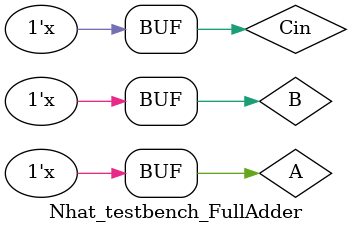
<source format=v>
`timescale 1ns/1ps
module Nhat_testbench_FullAdder();
reg A, B, Cin;
wire S, Cout;

FullAdder uut(.A(A), .B(B), .Cin(Cin), .S(S), .Cout(Cout));

initial begin
A = 0;
B = 0;
Cin = 0;
end

always begin
#10 A = ~A;
#20 B = ~B;
#30 Cin = ~Cin;
end

endmodule

</source>
